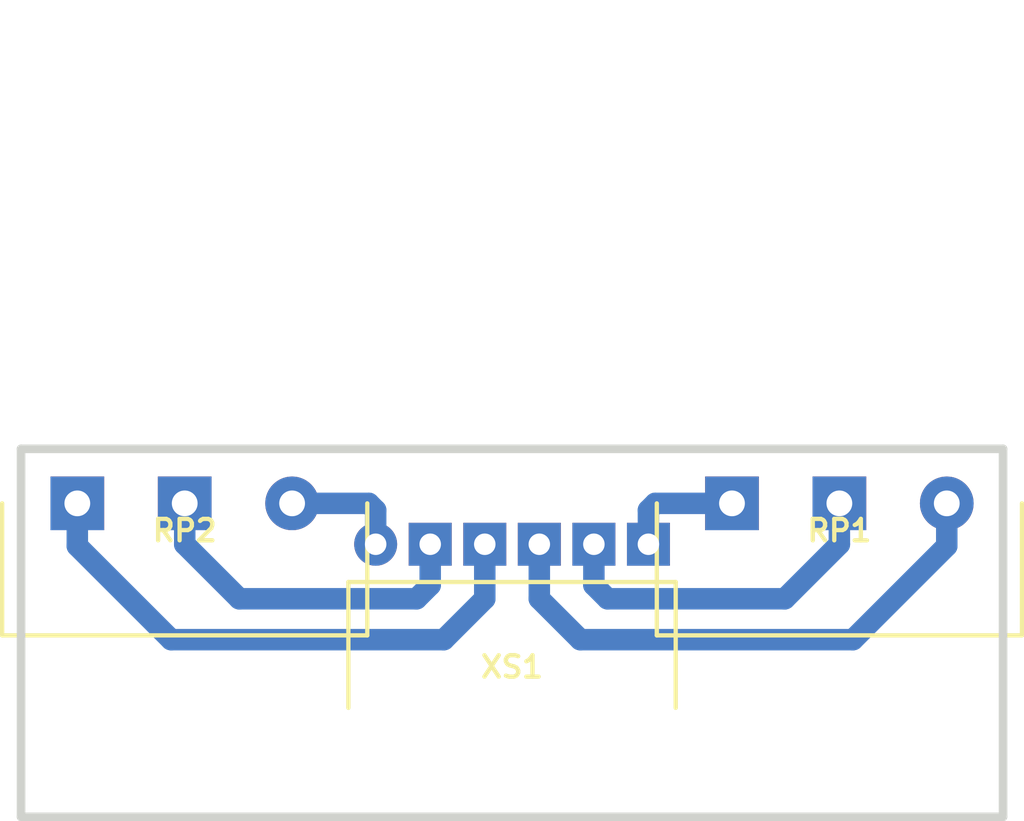
<source format=kicad_pcb>
(kicad_pcb (version 20171130) (host pcbnew 5.1.6-c6e7f7d~87~ubuntu19.10.1)

  (general
    (thickness 1.6)
    (drawings 4)
    (tracks 26)
    (zones 0)
    (modules 3)
    (nets 7)
  )

  (page A4 portrait)
  (title_block
    (title "1590N1 Potentiometer Board 18 2x17")
    (date 2022-01-01)
    (rev 1A)
    (company "Igor Ivanov")
    (comment 1 https://github.com/Adept666)
    (comment 2 "This project is licensed under GNU General Public License v3.0 or later")
    (comment 3 "Диаметр потенциометров: 16 мм, 17 мм")
    (comment 4 "Расстояние от основной платы до корпуса: 18 мм")
  )

  (layers
    (0 F.Cu jumper)
    (31 B.Cu signal)
    (38 B.Mask user)
    (44 Edge.Cuts user)
    (45 Margin user)
    (46 B.CrtYd user)
    (47 F.CrtYd user)
    (49 F.Fab user)
  )

  (setup
    (last_trace_width 1)
    (user_trace_width 0.6)
    (trace_clearance 0)
    (zone_clearance 0.6)
    (zone_45_only no)
    (trace_min 0.2)
    (via_size 2)
    (via_drill 1)
    (via_min_size 0.4)
    (via_min_drill 0.3)
    (uvia_size 0.3)
    (uvia_drill 0.1)
    (uvias_allowed no)
    (uvia_min_size 0)
    (uvia_min_drill 0)
    (edge_width 0.4)
    (segment_width 0.2)
    (pcb_text_width 0.3)
    (pcb_text_size 1.5 1.5)
    (mod_edge_width 0.15)
    (mod_text_size 1 1)
    (mod_text_width 0.15)
    (pad_size 1.6 1.8)
    (pad_drill 0)
    (pad_to_mask_clearance 0.2)
    (solder_mask_min_width 0.1)
    (aux_axis_origin 0 0)
    (visible_elements 7FFFFFFF)
    (pcbplotparams
      (layerselection 0x20000_7ffffffe)
      (usegerberextensions false)
      (usegerberattributes false)
      (usegerberadvancedattributes false)
      (creategerberjobfile false)
      (excludeedgelayer false)
      (linewidth 0.100000)
      (plotframeref true)
      (viasonmask false)
      (mode 1)
      (useauxorigin false)
      (hpglpennumber 1)
      (hpglpenspeed 20)
      (hpglpendiameter 15.000000)
      (psnegative false)
      (psa4output false)
      (plotreference false)
      (plotvalue true)
      (plotinvisibletext false)
      (padsonsilk true)
      (subtractmaskfromsilk false)
      (outputformat 4)
      (mirror false)
      (drillshape 0)
      (scaleselection 1)
      (outputdirectory ""))
  )

  (net 0 "")
  (net 1 "Net-(RP1-Pad3)")
  (net 2 "Net-(RP1-Pad1)")
  (net 3 "Net-(RP1-Pad2)")
  (net 4 "Net-(RP2-Pad3)")
  (net 5 "Net-(RP2-Pad1)")
  (net 6 "Net-(RP2-Pad2)")

  (net_class Default "This is the default net class."
    (clearance 0)
    (trace_width 1)
    (via_dia 2)
    (via_drill 1)
    (uvia_dia 0.3)
    (uvia_drill 0.1)
    (add_net "Net-(RP1-Pad1)")
    (add_net "Net-(RP1-Pad2)")
    (add_net "Net-(RP1-Pad3)")
    (add_net "Net-(RP2-Pad1)")
    (add_net "Net-(RP2-Pad2)")
    (add_net "Net-(RP2-Pad3)")
  )

  (module KCL:CON-PBS-06R (layer F.Cu) (tedit 608DAA89) (tstamp 61D02E61)
    (at 105.41 144.78)
    (path /60033671)
    (fp_text reference XS1 (at 0 5.715) (layer F.SilkS)
      (effects (font (size 1 1) (thickness 0.2)))
    )
    (fp_text value PBS-06R (at 0 5.715) (layer F.Fab)
      (effects (font (size 1 1) (thickness 0.2)))
    )
    (fp_line (start 7.62 -0.5) (end 7.62 10.16) (layer F.CrtYd) (width 0.1))
    (fp_line (start -7.62 -0.5) (end -7.62 10.16) (layer F.CrtYd) (width 0.1))
    (fp_line (start -7.62 10.16) (end 7.62 10.16) (layer F.CrtYd) (width 0.1))
    (fp_line (start -7.62 -0.5) (end 7.62 -0.5) (layer F.CrtYd) (width 0.1))
    (fp_line (start 7.62 1.76) (end 7.62 7.62) (layer F.SilkS) (width 0.2))
    (fp_line (start -7.62 1.76) (end -7.62 7.62) (layer F.SilkS) (width 0.2))
    (fp_line (start -7.62 1.76) (end 7.62 1.76) (layer F.SilkS) (width 0.2))
    (fp_line (start -7.62 1.76) (end 7.62 1.76) (layer F.Fab) (width 0.2))
    (fp_line (start -7.62 10.16) (end 7.62 10.16) (layer F.Fab) (width 0.2))
    (fp_line (start -7.62 1.76) (end -7.62 10.16) (layer F.Fab) (width 0.2))
    (fp_line (start 7.62 1.76) (end 7.62 10.16) (layer F.Fab) (width 0.2))
    (pad 6 thru_hole rect (at 6.35 0) (size 2 2) (drill 1) (layers *.Cu *.Mask)
      (net 1 "Net-(RP1-Pad3)"))
    (pad 5 thru_hole rect (at 3.81 0) (size 2 2) (drill 1) (layers *.Cu *.Mask)
      (net 3 "Net-(RP1-Pad2)"))
    (pad 4 thru_hole rect (at 1.27 0) (size 2 2) (drill 1) (layers *.Cu *.Mask)
      (net 2 "Net-(RP1-Pad1)"))
    (pad 1 thru_hole circle (at -6.35 0) (size 2 2) (drill 1) (layers *.Cu *.Mask)
      (net 5 "Net-(RP2-Pad1)"))
    (pad 2 thru_hole rect (at -3.81 0) (size 2 2) (drill 1) (layers *.Cu *.Mask)
      (net 6 "Net-(RP2-Pad2)"))
    (pad 3 thru_hole rect (at -1.27 0) (size 2 2) (drill 1) (layers *.Cu *.Mask)
      (net 4 "Net-(RP2-Pad3)"))
  )

  (module KCL:RP-PDB181-K-20-P (layer F.Cu) (tedit 60030E39) (tstamp 608AEE6A)
    (at 120.65 142.875 180)
    (path /60859B26)
    (fp_text reference RP1 (at 0 -1.27) (layer F.SilkS)
      (effects (font (size 1 1) (thickness 0.2)))
    )
    (fp_text value "RP1: 16/17" (at 0 -1.27) (layer F.Fab)
      (effects (font (size 1 1) (thickness 0.2)))
    )
    (fp_line (start -7.3 3.35) (end -7.3 5.35) (layer F.Fab) (width 0.2))
    (fp_line (start -8.5 3.35) (end -8.5 5.35) (layer F.Fab) (width 0.2))
    (fp_line (start -8.5 5.35) (end -7.366 5.35) (layer F.Fab) (width 0.2))
    (fp_line (start 8.5 -6.15) (end 8.5 23.35) (layer F.CrtYd) (width 0.1))
    (fp_line (start -8.5 -6.15) (end -8.5 23.35) (layer F.CrtYd) (width 0.1))
    (fp_line (start -8.5 23.35) (end 8.5 23.35) (layer F.CrtYd) (width 0.1))
    (fp_line (start -8.5 -6.15) (end 8.5 -6.15) (layer F.CrtYd) (width 0.1))
    (fp_line (start 8.5 -6.15) (end 8.5 0) (layer F.SilkS) (width 0.2))
    (fp_line (start -8.5 -6.15) (end -8.5 0) (layer F.SilkS) (width 0.2))
    (fp_line (start -8.5 -6.15) (end 8.5 -6.15) (layer F.SilkS) (width 0.2))
    (fp_line (start -3.5 9.85) (end 3.5 9.85) (layer F.Fab) (width 0.2))
    (fp_line (start 3 9.85) (end 3 23.35) (layer F.Fab) (width 0.2))
    (fp_line (start -3 9.85) (end -3 23.35) (layer F.Fab) (width 0.2))
    (fp_line (start 3.5 3.35) (end 3.5 9.85) (layer F.Fab) (width 0.2))
    (fp_line (start -3.5 3.35) (end -3.5 9.85) (layer F.Fab) (width 0.2))
    (fp_line (start 8.5 -6.15) (end 8.5 3.35) (layer F.Fab) (width 0.2))
    (fp_line (start -8.5 -6.15) (end -8.5 3.35) (layer F.Fab) (width 0.2))
    (fp_line (start -3 23.35) (end 3 23.35) (layer F.Fab) (width 0.2))
    (fp_line (start -8.5 3.35) (end 8.5 3.35) (layer F.Fab) (width 0.2))
    (fp_line (start -8.5 -6.15) (end 8.5 -6.15) (layer F.Fab) (width 0.2))
    (pad 2 thru_hole rect (at 0 0 180) (size 2.5 2.5) (drill 1.2) (layers B.Cu B.Mask)
      (net 3 "Net-(RP1-Pad2)"))
    (pad 1 thru_hole circle (at -5 0 180) (size 2.5 2.5) (drill 1.2) (layers B.Cu B.Mask)
      (net 2 "Net-(RP1-Pad1)"))
    (pad 3 thru_hole rect (at 5 0 180) (size 2.5 2.5) (drill 1.2) (layers B.Cu B.Mask)
      (net 1 "Net-(RP1-Pad3)"))
  )

  (module KCL:RP-PDB181-K-20-P (layer F.Cu) (tedit 60030E39) (tstamp 5FE6D9E5)
    (at 90.17 142.875 180)
    (path /5FE7A122)
    (fp_text reference RP2 (at 0 -1.27) (layer F.SilkS)
      (effects (font (size 1 1) (thickness 0.2)))
    )
    (fp_text value "RP2: 16/17" (at 0 -1.27) (layer F.Fab)
      (effects (font (size 1 1) (thickness 0.2)))
    )
    (fp_line (start -8.5 -6.15) (end 8.5 -6.15) (layer F.Fab) (width 0.2))
    (fp_line (start -8.5 3.35) (end 8.5 3.35) (layer F.Fab) (width 0.2))
    (fp_line (start -3 23.35) (end 3 23.35) (layer F.Fab) (width 0.2))
    (fp_line (start -8.5 -6.15) (end -8.5 3.35) (layer F.Fab) (width 0.2))
    (fp_line (start 8.5 -6.15) (end 8.5 3.35) (layer F.Fab) (width 0.2))
    (fp_line (start -3.5 3.35) (end -3.5 9.85) (layer F.Fab) (width 0.2))
    (fp_line (start 3.5 3.35) (end 3.5 9.85) (layer F.Fab) (width 0.2))
    (fp_line (start -3 9.85) (end -3 23.35) (layer F.Fab) (width 0.2))
    (fp_line (start 3 9.85) (end 3 23.35) (layer F.Fab) (width 0.2))
    (fp_line (start -3.5 9.85) (end 3.5 9.85) (layer F.Fab) (width 0.2))
    (fp_line (start -8.5 -6.15) (end 8.5 -6.15) (layer F.SilkS) (width 0.2))
    (fp_line (start -8.5 -6.15) (end -8.5 0) (layer F.SilkS) (width 0.2))
    (fp_line (start 8.5 -6.15) (end 8.5 0) (layer F.SilkS) (width 0.2))
    (fp_line (start -8.5 -6.15) (end 8.5 -6.15) (layer F.CrtYd) (width 0.1))
    (fp_line (start -8.5 23.35) (end 8.5 23.35) (layer F.CrtYd) (width 0.1))
    (fp_line (start -8.5 -6.15) (end -8.5 23.35) (layer F.CrtYd) (width 0.1))
    (fp_line (start 8.5 -6.15) (end 8.5 23.35) (layer F.CrtYd) (width 0.1))
    (fp_line (start -8.5 5.35) (end -7.366 5.35) (layer F.Fab) (width 0.2))
    (fp_line (start -8.5 3.35) (end -8.5 5.35) (layer F.Fab) (width 0.2))
    (fp_line (start -7.3 3.35) (end -7.3 5.35) (layer F.Fab) (width 0.2))
    (pad 2 thru_hole rect (at 0 0 180) (size 2.5 2.5) (drill 1.2) (layers B.Cu B.Mask)
      (net 6 "Net-(RP2-Pad2)"))
    (pad 1 thru_hole circle (at -5 0 180) (size 2.5 2.5) (drill 1.2) (layers B.Cu B.Mask)
      (net 5 "Net-(RP2-Pad1)"))
    (pad 3 thru_hole rect (at 5 0 180) (size 2.5 2.5) (drill 1.2) (layers B.Cu B.Mask)
      (net 4 "Net-(RP2-Pad3)"))
  )

  (gr_line (start 128.27 140.335) (end 128.27 157.48) (layer Edge.Cuts) (width 0.4) (tstamp 5FE6F872))
  (gr_line (start 82.55 140.335) (end 82.55 157.48) (layer Edge.Cuts) (width 0.4) (tstamp 5FE6F872))
  (gr_line (start 82.55 157.48) (end 128.27 157.48) (layer Edge.Cuts) (width 0.4) (tstamp 5FE6FAB1))
  (gr_line (start 82.55 140.335) (end 128.27 140.335) (layer Edge.Cuts) (width 0.4) (tstamp 5FE6F86E))

  (segment (start 111.76 143.1925) (end 111.76 144.78) (width 1) (layer B.Cu) (net 1))
  (segment (start 115.65 142.875) (end 112.0775 142.875) (width 1) (layer B.Cu) (net 1))
  (segment (start 111.76 143.1925) (end 112.0775 142.875) (width 1) (layer B.Cu) (net 1))
  (segment (start 106.68 147.32) (end 106.68 144.78) (width 1) (layer B.Cu) (net 2) (tstamp 61D0341A))
  (segment (start 125.65 142.875) (end 125.65 144.86) (width 1) (layer B.Cu) (net 2) (tstamp 61D033B2))
  (segment (start 108.585 149.225) (end 106.68 147.32) (width 1) (layer B.Cu) (net 2) (tstamp 61D033B4))
  (segment (start 125.65 144.86) (end 121.285 149.225) (width 1) (layer B.Cu) (net 2) (tstamp 61D033B9))
  (segment (start 121.285 149.225) (end 108.585 149.225) (width 1) (layer B.Cu) (net 2))
  (segment (start 109.22 146.685) (end 109.22 144.78) (width 1) (layer B.Cu) (net 3) (tstamp 61D03416))
  (segment (start 120.65 142.875) (end 120.65 144.78) (width 1) (layer B.Cu) (net 3) (tstamp 61D033B5))
  (segment (start 120.65 144.78) (end 118.11 147.32) (width 1) (layer B.Cu) (net 3) (tstamp 61D033B6))
  (segment (start 109.855 147.32) (end 109.22 146.685) (width 1) (layer B.Cu) (net 3) (tstamp 61D033B8))
  (segment (start 118.11 147.32) (end 109.855 147.32) (width 1) (layer B.Cu) (net 3))
  (segment (start 104.14 147.32) (end 104.14 144.78) (width 1) (layer B.Cu) (net 4) (tstamp 61D03408))
  (segment (start 102.235 149.225) (end 104.14 147.32) (width 1) (layer B.Cu) (net 4) (tstamp 61D03409))
  (segment (start 89.535 149.225) (end 102.235 149.225) (width 1) (layer B.Cu) (net 4))
  (segment (start 85.17 144.86) (end 89.535 149.225) (width 1) (layer B.Cu) (net 4))
  (segment (start 85.17 142.875) (end 85.17 144.86) (width 1) (layer B.Cu) (net 4))
  (segment (start 99.06 143.1925) (end 99.06 144.78) (width 1) (layer B.Cu) (net 5))
  (segment (start 95.17 142.875) (end 98.7425 142.875) (width 1) (layer B.Cu) (net 5))
  (segment (start 98.7425 142.875) (end 99.06 143.1925) (width 1) (layer B.Cu) (net 5))
  (segment (start 101.6 146.685) (end 101.6 144.78) (width 1) (layer B.Cu) (net 6) (tstamp 61D0340A))
  (segment (start 100.965 147.32) (end 101.6 146.685) (width 1) (layer B.Cu) (net 6) (tstamp 61D0340B))
  (segment (start 92.71 147.32) (end 100.965 147.32) (width 1) (layer B.Cu) (net 6))
  (segment (start 90.17 144.78) (end 92.71 147.32) (width 1) (layer B.Cu) (net 6))
  (segment (start 90.17 142.875) (end 90.17 144.78) (width 1) (layer B.Cu) (net 6))

)

</source>
